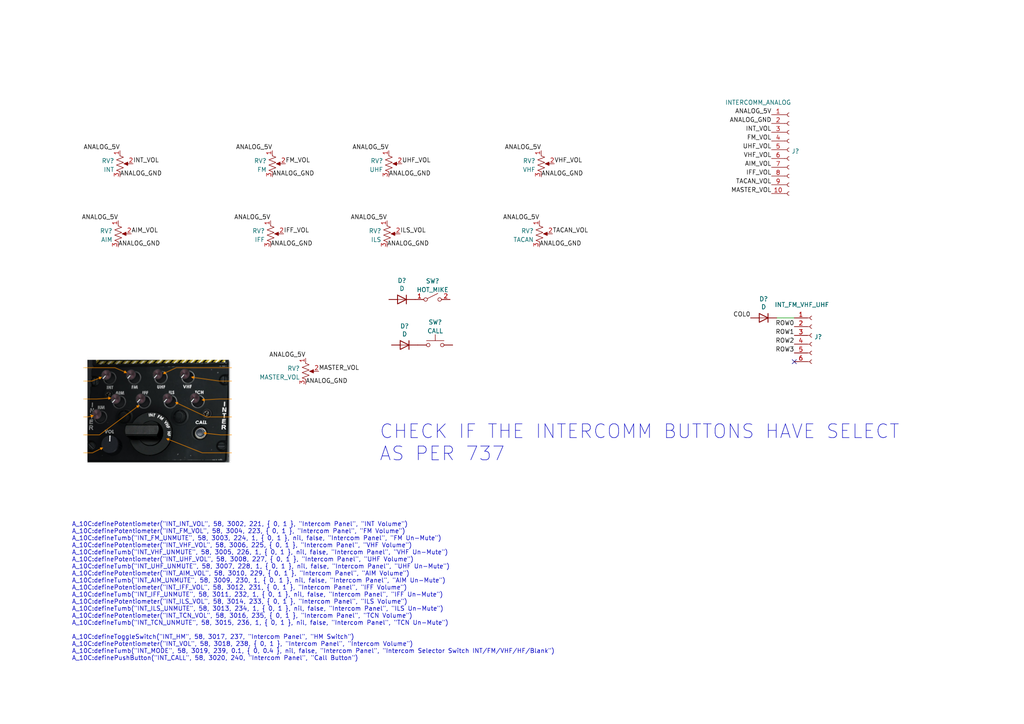
<source format=kicad_sch>
(kicad_sch (version 20211123) (generator eeschema)
  (paper "A4")
  (lib_symbols
    (symbol "Connector:Conn_01x06_Female" (pin_names (offset 1.016) hide)
      (property "Reference" "J" (at 0 7.62 0))
      (property "Value" "Conn_01x06_Female" (at 0 -10.16 0))
      (symbol "Conn_01x06_Female_1_1"
        (arc (start 0 -7.112) (mid -0.508 -7.62) (end 0 -8.128) (stroke (width 0.1524)))
        (arc (start 0 -4.572) (mid -0.508 -5.08) (end 0 -5.588) (stroke (width 0.1524)))
        (arc (start 0 -2.032) (mid -0.508 -2.54) (end 0 -3.048) (stroke (width 0.1524)))
        (polyline (pts (xy -1.27 -7.62) (xy -0.508 -7.62)) (stroke (width 0.1524)))
        (polyline (pts (xy -1.27 -5.08) (xy -0.508 -5.08)) (stroke (width 0.1524)))
        (polyline (pts (xy -1.27 -2.54) (xy -0.508 -2.54)) (stroke (width 0.1524)))
        (polyline (pts (xy -1.27 0) (xy -0.508 0)) (stroke (width 0.1524)))
        (polyline (pts (xy -1.27 2.54) (xy -0.508 2.54)) (stroke (width 0.1524)))
        (polyline (pts (xy -1.27 5.08) (xy -0.508 5.08)) (stroke (width 0.1524)))
        (arc (start 0 0.508) (mid -0.508 0) (end 0 -0.508) (stroke (width 0.1524)))
        (arc (start 0 3.048) (mid -0.508 2.54) (end 0 2.032) (stroke (width 0.1524)))
        (arc (start 0 5.588) (mid -0.508 5.08) (end 0 4.572) (stroke (width 0.1524)))
        (pin passive line (at -5.08 5.08 0) (length 3.81) (name "Pin_1") (number "1"))
        (pin passive line (at -5.08 2.54 0) (length 3.81) (name "Pin_2") (number "2"))
        (pin passive line (at -5.08 0 0) (length 3.81) (name "Pin_3") (number "3"))
        (pin passive line (at -5.08 -2.54 0) (length 3.81) (name "Pin_4") (number "4"))
        (pin passive line (at -5.08 -5.08 0) (length 3.81) (name "Pin_5") (number "5"))
        (pin passive line (at -5.08 -7.62 0) (length 3.81) (name "Pin_6") (number "6"))
      )
    )
    (symbol "Connector:Conn_01x10_Female" (pin_names (offset 1.016) hide)
      (property "Reference" "J" (at 0 12.7 0))
      (property "Value" "Conn_01x10_Female" (at 0 -15.24 0))
      (symbol "Conn_01x10_Female_1_1"
        (arc (start 0 -12.192) (mid -0.508 -12.7) (end 0 -13.208) (stroke (width 0.1524)))
        (arc (start 0 -9.652) (mid -0.508 -10.16) (end 0 -10.668) (stroke (width 0.1524)))
        (arc (start 0 -7.112) (mid -0.508 -7.62) (end 0 -8.128) (stroke (width 0.1524)))
        (arc (start 0 -4.572) (mid -0.508 -5.08) (end 0 -5.588) (stroke (width 0.1524)))
        (arc (start 0 -2.032) (mid -0.508 -2.54) (end 0 -3.048) (stroke (width 0.1524)))
        (polyline (pts (xy -1.27 -12.7) (xy -0.508 -12.7)) (stroke (width 0.1524)))
        (polyline (pts (xy -1.27 -10.16) (xy -0.508 -10.16)) (stroke (width 0.1524)))
        (polyline (pts (xy -1.27 -7.62) (xy -0.508 -7.62)) (stroke (width 0.1524)))
        (polyline (pts (xy -1.27 -5.08) (xy -0.508 -5.08)) (stroke (width 0.1524)))
        (polyline (pts (xy -1.27 -2.54) (xy -0.508 -2.54)) (stroke (width 0.1524)))
        (polyline (pts (xy -1.27 0) (xy -0.508 0)) (stroke (width 0.1524)))
        (polyline (pts (xy -1.27 2.54) (xy -0.508 2.54)) (stroke (width 0.1524)))
        (polyline (pts (xy -1.27 5.08) (xy -0.508 5.08)) (stroke (width 0.1524)))
        (polyline (pts (xy -1.27 7.62) (xy -0.508 7.62)) (stroke (width 0.1524)))
        (polyline (pts (xy -1.27 10.16) (xy -0.508 10.16)) (stroke (width 0.1524)))
        (arc (start 0 0.508) (mid -0.508 0) (end 0 -0.508) (stroke (width 0.1524)))
        (arc (start 0 3.048) (mid -0.508 2.54) (end 0 2.032) (stroke (width 0.1524)))
        (arc (start 0 5.588) (mid -0.508 5.08) (end 0 4.572) (stroke (width 0.1524)))
        (arc (start 0 8.128) (mid -0.508 7.62) (end 0 7.112) (stroke (width 0.1524)))
        (arc (start 0 10.668) (mid -0.508 10.16) (end 0 9.652) (stroke (width 0.1524)))
        (pin passive line (at -5.08 10.16 0) (length 3.81) (name "Pin_1") (number "1"))
        (pin passive line (at -5.08 -12.7 0) (length 3.81) (name "Pin_10") (number "10"))
        (pin passive line (at -5.08 7.62 0) (length 3.81) (name "Pin_2") (number "2"))
        (pin passive line (at -5.08 5.08 0) (length 3.81) (name "Pin_3") (number "3"))
        (pin passive line (at -5.08 2.54 0) (length 3.81) (name "Pin_4") (number "4"))
        (pin passive line (at -5.08 0 0) (length 3.81) (name "Pin_5") (number "5"))
        (pin passive line (at -5.08 -2.54 0) (length 3.81) (name "Pin_6") (number "6"))
        (pin passive line (at -5.08 -5.08 0) (length 3.81) (name "Pin_7") (number "7"))
        (pin passive line (at -5.08 -7.62 0) (length 3.81) (name "Pin_8") (number "8"))
        (pin passive line (at -5.08 -10.16 0) (length 3.81) (name "Pin_9") (number "9"))
      )
    )
    (symbol "Device:D" (pin_numbers hide) (pin_names (offset 1.016) hide)
      (property "Reference" "D" (at 0 2.54 0))
      (property "Value" "D" (at 0 -2.54 0))
      (symbol "D_0_1"
        (polyline (pts (xy -1.27 1.27) (xy -1.27 -1.27)) (stroke (width 0.254)))
        (polyline (pts (xy 1.27 0) (xy -1.27 0)))
        (polyline (pts (xy 1.27 1.27) (xy 1.27 -1.27) (xy -1.27 0) (xy 1.27 1.27)) (stroke (width 0.254)))
      )
      (symbol "D_1_1"
        (pin passive line (at -3.81 0 0) (length 2.54) (name "K") (number "1"))
        (pin passive line (at 3.81 0 180) (length 2.54) (name "A") (number "2"))
      )
    )
    (symbol "Device:R_Potentiometer_US" (pin_names (offset 1.016) hide)
      (property "Reference" "RV" (at -4.445 0 90))
      (property "Value" "R_Potentiometer_US" (at -2.54 0 90))
      (symbol "R_Potentiometer_US_0_1"
        (polyline (pts (xy 0 -2.286) (xy 0 -2.54)))
        (polyline (pts (xy 0 2.54) (xy 0 2.286)))
        (polyline (pts (xy 2.54 0) (xy 1.524 0)))
        (polyline (pts (xy 1.143 0) (xy 2.286 0.508) (xy 2.286 -0.508) (xy 1.143 0)) (fill (type outline)))
        (polyline (pts (xy 0 -0.762) (xy 1.016 -1.143) (xy 0 -1.524) (xy -1.016 -1.905) (xy 0 -2.286)))
        (polyline (pts (xy 0 0.762) (xy 1.016 0.381) (xy 0 0) (xy -1.016 -0.381) (xy 0 -0.762)))
        (polyline (pts (xy 0 2.286) (xy 1.016 1.905) (xy 0 1.524) (xy -1.016 1.143) (xy 0 0.762)))
      )
      (symbol "R_Potentiometer_US_1_1"
        (pin passive line (at 0 3.81 270) (length 1.27) (name "1") (number "1"))
        (pin passive line (at 3.81 0 180) (length 1.27) (name "2") (number "2"))
        (pin passive line (at 0 -3.81 90) (length 1.27) (name "3") (number "3"))
      )
    )
    (symbol "Switch:SW_Push" (pin_numbers hide) (pin_names (offset 1.016) hide)
      (property "Reference" "SW" (at 1.27 2.54 0))
      (property "Value" "SW_Push" (at 0 -1.524 0))
      (symbol "SW_Push_0_1"
        (circle (center -2.032 0) (radius 0.508))
        (polyline (pts (xy 0 1.27) (xy 0 3.048)))
        (polyline (pts (xy 2.54 1.27) (xy -2.54 1.27)))
        (circle (center 2.032 0) (radius 0.508))
        (pin passive line (at -5.08 0 0) (length 2.54) (name "1") (number "1"))
        (pin passive line (at 5.08 0 180) (length 2.54) (name "2") (number "2"))
      )
    )
    (symbol "Switch:SW_SPST" (pin_names (offset 0) hide)
      (property "Reference" "SW" (at 0 3.175 0))
      (property "Value" "SW_SPST" (at 0 -2.54 0))
      (symbol "SW_SPST_0_0"
        (circle (center -2.032 0) (radius 0.508))
        (polyline (pts (xy -1.524 0.254) (xy 1.524 1.778)))
        (circle (center 2.032 0) (radius 0.508))
      )
      (symbol "SW_SPST_1_1"
        (pin passive line (at -5.08 0 0) (length 2.54) (name "A") (number "1"))
        (pin passive line (at 5.08 0 180) (length 2.54) (name "B") (number "2"))
      )
    )
  )
  (no_connect (at 230.378 104.902))
  (wire (pts (xy 225.298 92.202) (xy 230.378 92.202)))
  (image (at 45.72 118.872) (scale 1.70514))
  (text "A_10C:definePotentiometer(\"INT_INT_VOL\", 58, 3002, 221, { 0, 1 }, \"Intercom Panel\", \"INT Volume\")\nA_10C:definePotentiometer(\"INT_FM_VOL\", 58, 3004, 223, { 0, 1 }, \"Intercom Panel\", \"FM Volume\")\nA_10C:defineTumb(\"INT_FM_UNMUTE\", 58, 3003, 224, 1, { 0, 1 }, nil, false, \"Intercom Panel\", \"FM Un-Mute\")\nA_10C:definePotentiometer(\"INT_VHF_VOL\", 58, 3006, 225, { 0, 1 }, \"Intercom Panel\", \"VHF Volume\")\nA_10C:defineTumb(\"INT_VHF_UNMUTE\", 58, 3005, 226, 1, { 0, 1 }, nil, false, \"Intercom Panel\", \"VHF Un-Mute\")\nA_10C:definePotentiometer(\"INT_UHF_VOL\", 58, 3008, 227, { 0, 1 }, \"Intercom Panel\", \"UHF Volume\")\nA_10C:defineTumb(\"INT_UHF_UNMUTE\", 58, 3007, 228, 1, { 0, 1 }, nil, false, \"Intercom Panel\", \"UHF Un-Mute\")\nA_10C:definePotentiometer(\"INT_AIM_VOL\", 58, 3010, 229, { 0, 1 }, \"Intercom Panel\", \"AIM Volume\")\nA_10C:defineTumb(\"INT_AIM_UNMUTE\", 58, 3009, 230, 1, { 0, 1 }, nil, false, \"Intercom Panel\", \"AIM Un-Mute\")\nA_10C:definePotentiometer(\"INT_IFF_VOL\", 58, 3012, 231, { 0, 1 }, \"Intercom Panel\", \"IFF Volume\")\nA_10C:defineTumb(\"INT_IFF_UNMUTE\", 58, 3011, 232, 1, { 0, 1 }, nil, false, \"Intercom Panel\", \"IFF Un-Mute\")\nA_10C:definePotentiometer(\"INT_ILS_VOL\", 58, 3014, 233, { 0, 1 }, \"Intercom Panel\", \"ILS Volume\")\nA_10C:defineTumb(\"INT_ILS_UNMUTE\", 58, 3013, 234, 1, { 0, 1 }, nil, false, \"Intercom Panel\", \"ILS Un-Mute\")\nA_10C:definePotentiometer(\"INT_TCN_VOL\", 58, 3016, 235, { 0, 1 }, \"Intercom Panel\", \"TCN Volume\")\nA_10C:defineTumb(\"INT_TCN_UNMUTE\", 58, 3015, 236, 1, { 0, 1 }, nil, false, \"Intercom Panel\", \"TCN Un-Mute\")\n\nA_10C:defineToggleSwitch(\"INT_HM\", 58, 3017, 237, \"Intercom Panel\", \"HM Switch\")\nA_10C:definePotentiometer(\"INT_VOL\", 58, 3018, 238, { 0, 1 }, \"Intercom Panel\", \"Intercom Volume\")\nA_10C:defineTumb(\"INT_MODE\", 58, 3019, 239, 0.1, { 0, 0.4 }, nil, false, \"Intercom Panel\", \"Intercom Selector Switch INT/FM/VHF/HF/Blank\")\nA_10C:definePushButton(\"INT_CALL\", 58, 3020, 240, \"Intercom Panel\", \"Call Button\")\n" (at 20.828 191.77 0) (effects (font (size 1.27 1.27)) (justify left bottom)))
  (text "CHECK IF THE INTERCOMM BUTTONS HAVE SELECT\nAS PER 737\n" (at 109.982 134.112 0) (effects (font (size 4 4)) (justify left bottom)))
  (label "COL0" (at 217.678 92.202 180))
  (label "FM_VOL" (at 82.804 47.498 0))
  (label "ROW2" (at 230.378 99.822 180))
  (label "TACAN_VOL" (at 223.774 53.594 180))
  (label "VHF_VOL" (at 160.782 47.498 0))
  (label "ANALOG_GND" (at 78.994 51.308 0))
  (label "ANALOG_5V" (at 88.646 103.886 180))
  (label "ANALOG_GND" (at 34.29 71.628 0))
  (label "INT_VOL" (at 38.608 47.498 0))
  (label "ANALOG_5V" (at 34.798 43.688 180))
  (label "ANALOG_GND" (at 156.972 51.308 0))
  (label "MASTER_VOL" (at 223.774 56.134 180))
  (label "ROW1" (at 230.378 97.282 180))
  (label "ANALOG_5V" (at 112.268 64.008 180))
  (label "ANALOG_GND" (at 34.798 51.308 0))
  (label "ANALOG_GND" (at 156.464 71.628 0))
  (label "ANALOG_5V" (at 223.774 33.274 180))
  (label "MASTER_VOL" (at 92.456 107.696 0))
  (label "ANALOG_5V" (at 34.29 64.008 180))
  (label "ANALOG_5V" (at 156.972 43.688 180))
  (label "INT_VOL" (at 223.774 38.354 180))
  (label "TACAN_VOL" (at 160.274 67.818 0))
  (label "AIM_VOL" (at 223.774 48.514 180))
  (label "IFF_VOL" (at 82.296 67.818 0))
  (label "ANALOG_5V" (at 78.994 43.688 180))
  (label "ANALOG_GND" (at 88.646 111.506 0))
  (label "ANALOG_5V" (at 112.776 43.688 180))
  (label "ANALOG_5V" (at 156.464 64.008 180))
  (label "ANALOG_GND" (at 78.486 71.628 0))
  (label "AIM_VOL" (at 38.1 67.818 0))
  (label "ANALOG_GND" (at 223.774 35.814 180))
  (label "FM_VOL" (at 223.774 40.894 180))
  (label "ROW3" (at 230.378 102.362 180))
  (label "IFF_VOL" (at 223.774 51.054 180))
  (label "ROW0" (at 230.378 94.742 180))
  (label "ILS_VOL" (at 116.078 67.818 0))
  (label "VHF_VOL" (at 223.774 45.974 180))
  (label "UHF_VOL" (at 116.586 47.498 0))
  (label "ANALOG_GND" (at 112.268 71.628 0))
  (label "ANALOG_GND" (at 112.776 51.308 0))
  (label "ANALOG_5V" (at 78.486 64.008 180))
  (label "UHF_VOL" (at 223.774 43.434 180))
  (symbol (lib_id "Device:R_Potentiometer_US") (at 88.646 107.696 0) (unit 1)
    (property "Reference" "RV?" (at 86.995 106.8613 0) (effects (justify right)))
    (property "Value" "MASTER_VOL" (at 86.995 109.3982 0) (effects (justify right)))
  )
  (symbol (lib_id "Switch:SW_SPST") (at 125.476 86.868 0) (unit 1)
    (property "Reference" "SW?" (at 125.476 81.5172 0))
    (property "Value" "HOT_MIKE" (at 125.476 84.0541 0))
  )
  (symbol (lib_id "Device:R_Potentiometer_US") (at 156.464 67.818 0) (unit 1)
    (property "Reference" "RV?" (at 154.813 66.9833 0) (effects (justify right)))
    (property "Value" "TACAN" (at 154.813 69.5202 0) (effects (justify right)))
  )
  (symbol (lib_id "Device:R_Potentiometer_US") (at 156.972 47.498 0) (unit 1)
    (property "Reference" "RV?" (at 155.321 46.6633 0) (effects (justify right)))
    (property "Value" "VHF" (at 155.321 49.2002 0) (effects (justify right)))
  )
  (symbol (lib_id "Device:R_Potentiometer_US") (at 34.798 47.498 0) (unit 1)
    (property "Reference" "RV?" (at 33.1471 46.6633 0) (effects (justify right)))
    (property "Value" "INT" (at 33.1471 49.2002 0) (effects (justify right)))
  )
  (symbol (lib_id "Device:D") (at 117.348 100.076 0) (mirror y) (unit 1)
    (property "Reference" "D?" (at 117.348 94.5896 0))
    (property "Value" "D" (at 117.348 96.901 0))
    (property "Footprint" "Diode_THT:D_A-405_P7.62mm_Horizontal" (effects hide))
  )
  (symbol (lib_id "Switch:SW_Push") (at 126.238 100.076 0) (unit 1)
    (property "Reference" "SW?" (at 126.238 93.4552 0))
    (property "Value" "CALL" (at 126.238 95.9921 0))
    (property "Footprint" "Connector_Molex:Molex_KK-254_AE-6410-02A_1x02_P2.54mm_Vertical" (effects hide))
  )
  (symbol (lib_id "Device:R_Potentiometer_US") (at 78.994 47.498 0) (unit 1)
    (property "Reference" "RV?" (at 77.3431 46.6633 0) (effects (justify right)))
    (property "Value" "FM" (at 77.3431 49.2002 0) (effects (justify right)))
  )
  (symbol (lib_id "Device:R_Potentiometer_US") (at 78.486 67.818 0) (unit 1)
    (property "Reference" "RV?" (at 76.8351 66.9833 0) (effects (justify right)))
    (property "Value" "IFF" (at 76.8351 69.5202 0) (effects (justify right)))
  )
  (symbol (lib_id "Device:R_Potentiometer_US") (at 112.776 47.498 0) (unit 1)
    (property "Reference" "RV?" (at 111.1251 46.6633 0) (effects (justify right)))
    (property "Value" "UHF" (at 111.1251 49.2002 0) (effects (justify right)))
  )
  (symbol (lib_id "Device:R_Potentiometer_US") (at 34.29 67.818 0) (unit 1)
    (property "Reference" "RV?" (at 32.6391 66.9833 0) (effects (justify right)))
    (property "Value" "AIM" (at 32.6391 69.5202 0) (effects (justify right)))
  )
  (symbol (lib_id "Device:R_Potentiometer_US") (at 112.268 67.818 0) (unit 1)
    (property "Reference" "RV?" (at 110.6171 66.9833 0) (effects (justify right)))
    (property "Value" "ILS" (at 110.6171 69.5202 0) (effects (justify right)))
  )
  (symbol (lib_id "Device:D") (at 221.488 92.202 0) (mirror y) (unit 1)
    (property "Reference" "D?" (at 221.488 86.7156 0))
    (property "Value" "D" (at 221.488 89.027 0))
    (property "Footprint" "Diode_THT:D_A-405_P7.62mm_Horizontal" (effects hide))
  )
  (symbol (lib_id "Connector:Conn_01x06_Female") (at 235.458 97.282 0) (unit 1)
    (property "Reference" "J?" (at 236.1692 97.7173 0) (effects (justify left)))
    (property "Value" "INT_FM_VHF_UHF" (at 224.663 88.392 0) (effects (justify left)))
    (property "Footprint" "Connector_Molex:Molex_KK-254_AE-6410-06A_1x06_P2.54mm_Vertical" (effects hide))
  )
  (symbol (lib_id "Connector:Conn_01x10_Female") (at 228.854 43.434 0) (unit 1)
    (property "Reference" "J?" (at 229.5652 43.8693 0) (effects (justify left)))
    (property "Value" "INTERCOMM_ANALOG" (at 210.312 29.718 0) (effects (justify left)))
  )
  (symbol (lib_id "Device:D") (at 116.586 86.868 0) (mirror y) (unit 1)
    (property "Reference" "D?" (at 116.586 81.3816 0))
    (property "Value" "D" (at 116.586 83.693 0))
    (property "Footprint" "PT_Library_v001:D_Signal_P7.62mm_Horizontal" (effects hide))
  )
)
</source>
